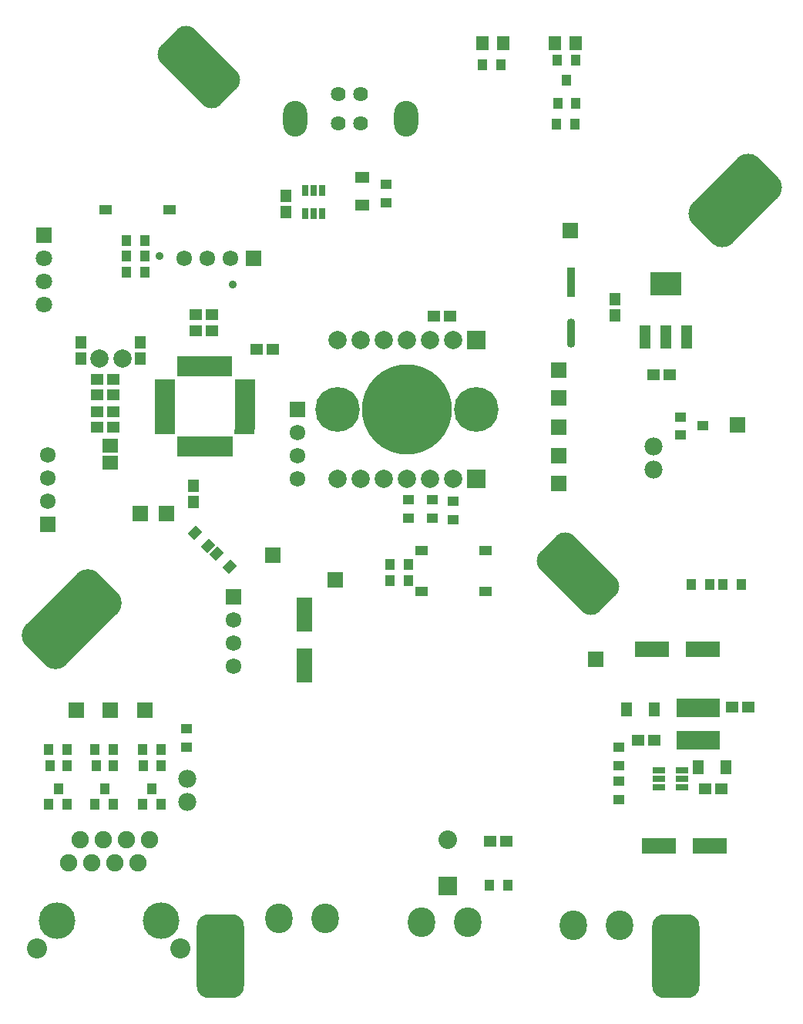
<source format=gts>
G04*
G04 #@! TF.GenerationSoftware,Altium Limited,Altium Designer,20.0.13 (296)*
G04*
G04 Layer_Color=8388736*
%FSTAX24Y24*%
%MOIN*%
G70*
G01*
G75*
%ADD52R,0.0395X0.0513*%
%ADD53R,0.0580X0.0630*%
%ADD54R,0.0434X0.0454*%
%ADD55R,0.0867X0.0185*%
%ADD56R,0.0185X0.0867*%
%ADD57R,0.0552X0.0513*%
%ADD58R,0.0454X0.0434*%
%ADD59R,0.0513X0.0395*%
%ADD60R,0.0671X0.0592*%
%ADD61R,0.0316X0.0474*%
%ADD62O,0.0356X0.1261*%
%ADD63R,0.0356X0.1261*%
%ADD64R,0.0710X0.1458*%
%ADD65R,0.0513X0.0631*%
%ADD66R,0.0513X0.0631*%
%ADD67R,0.1852X0.0789*%
%ADD68R,0.0552X0.0395*%
%ADD69R,0.0474X0.1025*%
%ADD70R,0.1379X0.1025*%
%ADD71R,0.0552X0.0316*%
%ADD72R,0.0513X0.0552*%
G04:AMPARAMS|DCode=73|XSize=39.5mil|YSize=51.3mil|CornerRadius=0mil|HoleSize=0mil|Usage=FLASHONLY|Rotation=135.000|XOffset=0mil|YOffset=0mil|HoleType=Round|Shape=Rectangle|*
%AMROTATEDRECTD73*
4,1,4,0.0321,0.0042,-0.0042,-0.0321,-0.0321,-0.0042,0.0042,0.0321,0.0321,0.0042,0.0*
%
%ADD73ROTATEDRECTD73*%

%ADD74R,0.0631X0.0513*%
%ADD75R,0.0631X0.0513*%
%ADD76R,0.1458X0.0710*%
%ADD77R,0.0710X0.0710*%
%ADD78O,0.1180X0.1280*%
%ADD79C,0.0789*%
G04:AMPARAMS|DCode=80|XSize=362.3mil|YSize=204.9mil|CornerRadius=53.2mil|HoleSize=0mil|Usage=FLASHONLY|Rotation=135.000|XOffset=0mil|YOffset=0mil|HoleType=Round|Shape=RoundedRectangle|*
%AMROUNDEDRECTD80*
21,1,0.3623,0.0984,0,0,135.0*
21,1,0.2559,0.2049,0,0,135.0*
1,1,0.1064,-0.0557,0.1253*
1,1,0.1064,0.1253,-0.0557*
1,1,0.1064,0.0557,-0.1253*
1,1,0.1064,-0.1253,0.0557*
%
%ADD80ROUNDEDRECTD80*%
G04:AMPARAMS|DCode=81|XSize=401.7mil|YSize=244.2mil|CornerRadius=63.1mil|HoleSize=0mil|Usage=FLASHONLY|Rotation=225.000|XOffset=0mil|YOffset=0mil|HoleType=Round|Shape=RoundedRectangle|*
%AMROUNDEDRECTD81*
21,1,0.4017,0.1181,0,0,225.0*
21,1,0.2756,0.2442,0,0,225.0*
1,1,0.1261,-0.1392,-0.0557*
1,1,0.1261,0.0557,0.1392*
1,1,0.1261,0.1392,0.0557*
1,1,0.1261,-0.0557,-0.1392*
%
%ADD81ROUNDEDRECTD81*%
%ADD82C,0.3899*%
%ADD83C,0.1930*%
%ADD84R,0.0789X0.0789*%
%ADD85R,0.0710X0.0710*%
%ADD86C,0.0780*%
G04:AMPARAMS|DCode=87|XSize=441.1mil|YSize=244.2mil|CornerRadius=63.1mil|HoleSize=0mil|Usage=FLASHONLY|Rotation=225.000|XOffset=0mil|YOffset=0mil|HoleType=Round|Shape=RoundedRectangle|*
%AMROUNDEDRECTD87*
21,1,0.4411,0.1181,0,0,225.0*
21,1,0.3150,0.2442,0,0,225.0*
1,1,0.1261,-0.1531,-0.0696*
1,1,0.1261,0.0696,0.1531*
1,1,0.1261,0.1531,0.0696*
1,1,0.1261,-0.0696,-0.1531*
%
%ADD87ROUNDEDRECTD87*%
%ADD88C,0.0710*%
%ADD89R,0.0678X0.0678*%
%ADD90C,0.0678*%
%ADD91C,0.0749*%
%ADD92C,0.0867*%
%ADD93C,0.1580*%
%ADD94R,0.0800X0.0800*%
%ADD95C,0.0800*%
G04:AMPARAMS|DCode=96|XSize=362.3mil|YSize=204.9mil|CornerRadius=53.2mil|HoleSize=0mil|Usage=FLASHONLY|Rotation=90.000|XOffset=0mil|YOffset=0mil|HoleType=Round|Shape=RoundedRectangle|*
%AMROUNDEDRECTD96*
21,1,0.3623,0.0984,0,0,90.0*
21,1,0.2559,0.2049,0,0,90.0*
1,1,0.1064,0.0492,0.1280*
1,1,0.1064,0.0492,-0.1280*
1,1,0.1064,-0.0492,-0.1280*
1,1,0.1064,-0.0492,0.1280*
%
%ADD96ROUNDEDRECTD96*%
%ADD97C,0.0640*%
%ADD98O,0.1040X0.1540*%
%ADD99R,0.0678X0.0678*%
%ADD100C,0.0356*%
D52*
X02905Y0517D02*
D03*
X02985D02*
D03*
X0299Y05445D02*
D03*
X0291D02*
D03*
X01125Y046D02*
D03*
X01045D02*
D03*
Y04665D02*
D03*
X01125D02*
D03*
X02185Y03265D02*
D03*
X02265D02*
D03*
X02185Y03195D02*
D03*
X02265D02*
D03*
X02585Y05425D02*
D03*
X02665D02*
D03*
X01045Y0453D02*
D03*
X01125D02*
D03*
X026961Y01879D02*
D03*
X026161D02*
D03*
X01195Y0223D02*
D03*
X01115D02*
D03*
X0071D02*
D03*
X0079D02*
D03*
X0099D02*
D03*
X0091D02*
D03*
X0099Y02465D02*
D03*
X0091D02*
D03*
X0079D02*
D03*
X0071D02*
D03*
X01195D02*
D03*
X01115D02*
D03*
X03705Y0318D02*
D03*
X03625D02*
D03*
X0357D02*
D03*
X0349D02*
D03*
D53*
X029Y0552D02*
D03*
X0299D02*
D03*
X02585D02*
D03*
X02675D02*
D03*
D54*
X029876Y052608D02*
D03*
X0295Y053592D02*
D03*
X029126Y052608D02*
D03*
X011194Y02395D02*
D03*
X01157Y022966D02*
D03*
X011944Y02395D02*
D03*
X007144D02*
D03*
X00752Y022966D02*
D03*
X007894Y02395D02*
D03*
X009894D02*
D03*
X00952Y022966D02*
D03*
X009144Y02395D02*
D03*
D55*
X012119Y040579D02*
D03*
Y040382D02*
D03*
Y040185D02*
D03*
Y039989D02*
D03*
Y039792D02*
D03*
Y039595D02*
D03*
Y039398D02*
D03*
Y039201D02*
D03*
Y039004D02*
D03*
Y038611D02*
D03*
Y038414D02*
D03*
Y038807D02*
D03*
X015572Y038414D02*
D03*
X015584Y038611D02*
D03*
Y038807D02*
D03*
Y039004D02*
D03*
Y039201D02*
D03*
Y039398D02*
D03*
Y039595D02*
D03*
Y039792D02*
D03*
Y039989D02*
D03*
Y040382D02*
D03*
Y040579D02*
D03*
Y040185D02*
D03*
D56*
X012769Y037764D02*
D03*
X012966D02*
D03*
X013163D02*
D03*
X013359D02*
D03*
X013556D02*
D03*
X013753D02*
D03*
X013952Y037768D02*
D03*
X014152D02*
D03*
X014352D02*
D03*
X014552D02*
D03*
X014752D02*
D03*
X014952D02*
D03*
X014934Y041229D02*
D03*
X014737D02*
D03*
X014541D02*
D03*
X014344D02*
D03*
X014147D02*
D03*
X01395D02*
D03*
X013753Y041221D02*
D03*
X013556D02*
D03*
X013359D02*
D03*
X013163D02*
D03*
X012966D02*
D03*
X012769D02*
D03*
D57*
X02445Y0434D02*
D03*
X02375D02*
D03*
X0168Y04195D02*
D03*
X0161D02*
D03*
X01415Y04345D02*
D03*
X01345D02*
D03*
X01415Y04275D02*
D03*
X01345D02*
D03*
X0099Y04065D02*
D03*
X0092D02*
D03*
X0099Y04D02*
D03*
X0092D02*
D03*
X0092Y03925D02*
D03*
X0099D02*
D03*
X0092Y0386D02*
D03*
X0099D02*
D03*
X03395Y04085D02*
D03*
X03325D02*
D03*
X03665Y0265D02*
D03*
X03735D02*
D03*
X0326Y02505D02*
D03*
X0333D02*
D03*
X0355Y02295D02*
D03*
X0362D02*
D03*
X0269Y0207D02*
D03*
X0262D02*
D03*
D58*
X034408Y038274D02*
D03*
X035392Y03865D02*
D03*
X034408Y039024D02*
D03*
D59*
X01305Y02555D02*
D03*
Y02475D02*
D03*
X02265Y03465D02*
D03*
Y03545D02*
D03*
X0237Y03465D02*
D03*
Y03545D02*
D03*
X0246Y0346D02*
D03*
Y0354D02*
D03*
X0217Y0491D02*
D03*
Y0483D02*
D03*
X03175Y02395D02*
D03*
Y02475D02*
D03*
Y0233D02*
D03*
Y0225D02*
D03*
D60*
X00975Y037052D02*
D03*
Y0378D02*
D03*
D61*
X018185Y048845D02*
D03*
X018559D02*
D03*
X018933D02*
D03*
X018185Y047822D02*
D03*
X018559D02*
D03*
X018933D02*
D03*
D62*
X029678Y042673D02*
D03*
D63*
Y044873D02*
D03*
D64*
X01815Y030502D02*
D03*
Y028298D02*
D03*
D65*
X0352Y0239D02*
D03*
X0321Y0264D02*
D03*
D66*
X0364Y0239D02*
D03*
X0333Y0264D02*
D03*
D67*
X0352Y02505D02*
D03*
X0352Y02645D02*
D03*
D68*
X025978Y03325D02*
D03*
X023222D02*
D03*
X012328Y048D02*
D03*
X009572D02*
D03*
X023222Y0315D02*
D03*
X025978D02*
D03*
D69*
X032894Y042508D02*
D03*
X0338Y042508D02*
D03*
X034706Y042508D02*
D03*
D70*
X0338Y044792D02*
D03*
D71*
X033476Y023026D02*
D03*
Y0234D02*
D03*
Y023774D02*
D03*
X0345Y023026D02*
D03*
Y0234D02*
D03*
X0345Y023774D02*
D03*
D72*
X01735Y0479D02*
D03*
Y0486D02*
D03*
X01335Y03535D02*
D03*
Y03605D02*
D03*
X031602Y044139D02*
D03*
Y043439D02*
D03*
X01105Y04155D02*
D03*
Y04225D02*
D03*
X0085Y04155D02*
D03*
Y04225D02*
D03*
D73*
X013417Y034033D02*
D03*
X013983Y033467D02*
D03*
X014367Y033133D02*
D03*
X014933Y032567D02*
D03*
D74*
X02065Y0494D02*
D03*
D75*
Y0482D02*
D03*
D76*
X033498Y0205D02*
D03*
X035702D02*
D03*
X033195Y029D02*
D03*
X0354D02*
D03*
D77*
X02965Y0471D02*
D03*
X0083Y02635D02*
D03*
X0195Y032D02*
D03*
X02915Y03615D02*
D03*
X01105Y03485D02*
D03*
X0122D02*
D03*
D78*
X0298Y01705D02*
D03*
X0318D02*
D03*
X01705Y01735D02*
D03*
X01905D02*
D03*
X025227Y017196D02*
D03*
X023227D02*
D03*
D79*
X0103Y04155D02*
D03*
X0093D02*
D03*
X0196Y03635D02*
D03*
X0206D02*
D03*
X0216D02*
D03*
X0226D02*
D03*
X0236D02*
D03*
X0246D02*
D03*
X0246Y04235D02*
D03*
X0236D02*
D03*
X0226D02*
D03*
X0216D02*
D03*
X0206D02*
D03*
X0196D02*
D03*
D80*
X0136Y05415D02*
D03*
X03Y03225D02*
D03*
D81*
X0368Y0484D02*
D03*
D82*
X0226Y03935D02*
D03*
D83*
X0196D02*
D03*
X0256D02*
D03*
D84*
Y03635D02*
D03*
Y04235D02*
D03*
D85*
X01125Y02635D02*
D03*
X00975D02*
D03*
X02915Y03985D02*
D03*
Y04105D02*
D03*
Y0386D02*
D03*
Y03735D02*
D03*
X0168Y03305D02*
D03*
X0069Y0469D02*
D03*
X030766Y028549D02*
D03*
X0369Y0387D02*
D03*
D86*
X0131Y0234D02*
D03*
X0131Y0224D02*
D03*
X03325Y03775D02*
D03*
X03325Y03675D02*
D03*
D87*
X0081Y0303D02*
D03*
D88*
X0069Y0439D02*
D03*
X0069Y0449D02*
D03*
Y0459D02*
D03*
D89*
X0151Y03125D02*
D03*
X01785Y03935D02*
D03*
X00705Y0344D02*
D03*
D90*
X0151Y03025D02*
D03*
Y02925D02*
D03*
Y02825D02*
D03*
X01495Y0459D02*
D03*
X01395D02*
D03*
X01295D02*
D03*
X01785Y03835D02*
D03*
Y03735D02*
D03*
Y03635D02*
D03*
X00705Y0354D02*
D03*
Y0364D02*
D03*
Y0374D02*
D03*
D91*
X01145Y02075D02*
D03*
X01045D02*
D03*
X00945D02*
D03*
X00845D02*
D03*
X01095Y01975D02*
D03*
X00995D02*
D03*
X00895D02*
D03*
X00795D02*
D03*
D92*
X0128Y016049D02*
D03*
X0066D02*
D03*
D93*
X00745Y01725D02*
D03*
X01195Y01725D02*
D03*
D94*
X02436Y01876D02*
D03*
D95*
X02435Y02075D02*
D03*
D96*
X034213Y01573D02*
D03*
X014528D02*
D03*
D97*
X01961Y053D02*
D03*
X0206Y053D02*
D03*
X01961Y05174D02*
D03*
X0206Y05173D02*
D03*
D98*
X01777Y051915D02*
D03*
X02257Y051915D02*
D03*
D99*
X01595Y0459D02*
D03*
D100*
X0119Y046D02*
D03*
X01505Y04475D02*
D03*
M02*

</source>
